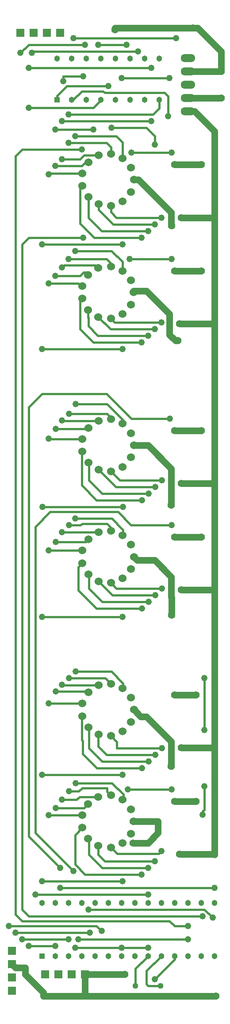
<source format=gbr>
G04 EasyPC Gerber Version 21.0.3 Build 4286 *
%FSLAX35Y35*%
%MOIN*%
%ADD18R,0.04461X0.04461*%
%ADD71R,0.06000X0.06000*%
%ADD72C,0.01500*%
%ADD20C,0.04449*%
%ADD19C,0.04461*%
%ADD29C,0.04800*%
%ADD28C,0.05000*%
%ADD27C,0.05600*%
%ADD25C,0.06000*%
%ADD86O,0.11000X0.06000*%
X0Y0D02*
D02*
D18*
X39000Y50250D03*
X50382Y693805D03*
D02*
D19*
X39000Y90250D03*
X49000Y50250D03*
Y90250D03*
X50382Y724805D03*
X59000Y50250D03*
Y90250D03*
X61382Y693805D03*
Y724805D03*
X69000Y50250D03*
Y90250D03*
X72382Y693805D03*
Y724805D03*
X79000Y50250D03*
Y90250D03*
X83382Y693805D03*
Y724805D03*
X89000Y50250D03*
Y90250D03*
X94382Y693805D03*
Y724805D03*
X99000Y50250D03*
Y90250D03*
X105382Y693805D03*
Y724805D03*
X109000Y50250D03*
Y90250D03*
X116382Y693805D03*
Y724805D03*
X119000Y50250D03*
Y90250D03*
X127382Y693805D03*
Y724805D03*
X129000Y50250D03*
Y90250D03*
X139000Y50250D03*
Y90250D03*
X149000Y50250D03*
Y90250D03*
X159000Y50250D03*
Y90250D03*
X169000Y50250D03*
Y90250D03*
D02*
D71*
X16500Y24000D03*
Y34000D03*
Y44000D03*
Y54000D03*
X22750Y744000D03*
X32750D03*
X41500Y36500D03*
X42750Y744000D03*
X51500Y36500D03*
X52750Y744000D03*
X61500Y36500D03*
X71500D03*
D02*
D20*
X109394Y27750D03*
X128606D03*
D02*
D25*
X69483Y146721D03*
Y544290D03*
X69483Y156143D03*
Y553712D03*
X69601Y230579D03*
Y345540D03*
Y429398D03*
Y629004D03*
X69601Y240001D03*
Y354962D03*
Y438820D03*
Y638426D03*
X73861Y138378D03*
Y535947D03*
X73862Y164485D03*
Y562054D03*
X73979Y222236D03*
Y337197D03*
Y421055D03*
Y620661D03*
X73980Y248344D03*
Y363304D03*
Y447163D03*
Y646769D03*
X81615Y133026D03*
Y530594D03*
X81616Y169837D03*
Y567406D03*
X81733Y216884D03*
Y331844D03*
Y415703D03*
Y615309D03*
X81734Y253696D03*
Y368656D03*
Y452515D03*
Y652121D03*
X90968Y131889D03*
Y529458D03*
X90969Y170973D03*
Y568542D03*
X91086Y215748D03*
Y330708D03*
Y414567D03*
Y614173D03*
X91087Y254831D03*
Y369792D03*
Y453650D03*
Y653256D03*
X99778Y135230D03*
Y532799D03*
X99779Y167631D03*
Y565200D03*
X99896Y219088D03*
Y334049D03*
Y417907D03*
Y617513D03*
X99897Y251490D03*
Y366450D03*
Y450309D03*
Y649915D03*
X106026Y142282D03*
Y539851D03*
X106026Y160579D03*
Y558148D03*
X106144Y226140D03*
Y341101D03*
Y424959D03*
Y624565D03*
X106144Y244437D03*
Y359398D03*
Y443256D03*
Y642863D03*
X108281Y151431D03*
Y549000D03*
X108399Y235289D03*
Y350250D03*
Y434108D03*
Y633715D03*
D02*
D27*
X94000Y746500D03*
X101500Y36500D03*
X107750Y135250D03*
X136500Y192750D03*
Y389079D03*
X136844Y306500D03*
Y599000D03*
X139010Y166500D03*
Y246500D03*
Y365250D03*
Y445250D03*
Y565250D03*
Y644974D03*
X141500Y512750D03*
X142750Y126776D03*
Y525526D03*
X144000Y206776D03*
Y325526D03*
Y405526D03*
Y605250D03*
X152750Y747750D03*
X155250Y166500D03*
Y246500D03*
X159000Y365250D03*
Y445250D03*
Y565250D03*
Y644974D03*
X170250Y20250D03*
X174000Y695250D03*
Y715250D03*
D02*
D28*
X40250Y20250D02*
Y22750D01*
X26500Y36500*
Y41500*
X19000*
X16500Y44000*
X40250Y20250D02*
X71500D01*
Y36500D02*
Y20250D01*
Y36500D02*
X101500D01*
X94000Y746500D02*
Y747750D01*
X152750*
X107750Y135250D02*
X119000D01*
X126500Y142750*
Y151500*
X108350*
X108281Y151431*
Y549000D02*
Y550250D01*
X117750*
X135250Y532750*
Y517232*
X139732Y512750*
X141500*
X108399Y633715D02*
X111785D01*
X136500Y609000*
Y599344*
X136844Y599000*
X136500Y192750D02*
Y211500D01*
X117750Y230250*
X113439*
X108399Y235289*
X136500Y389079D02*
Y416500D01*
X119000Y434000*
X108507*
X108399Y434108*
X136844Y306500D02*
Y319906D01*
X136500Y320250*
Y335250*
X124000Y347750*
X110899*
X108399Y350250*
X139010Y166500D02*
X155250D01*
X139010Y246500D02*
X155250D01*
X139010Y365250D02*
X159000D01*
X139010Y445250D02*
X159000D01*
X139010Y565250D02*
X159000D01*
X139010Y644974D02*
X159000D01*
X142750Y525526D02*
X169000D01*
X144000Y206776D02*
X169000D01*
X144000Y325526D02*
X169000D01*
X144000Y405526D02*
X169000D01*
X144000Y605250D02*
X169000D01*
X149000Y685250D02*
X154000D01*
X169000Y670250*
Y605250*
X149000Y695250D02*
X174000D01*
X149000Y715250D02*
X174000D01*
X169000Y206776D02*
Y126500D01*
X168724Y126776*
X142750*
X169000Y325526D02*
Y206776D01*
Y405526D02*
Y325526D01*
Y525526D02*
Y405526D01*
Y605250D02*
Y525526D01*
X170250Y20250D02*
X71500D01*
X174000Y715250D02*
Y730250D01*
X156500Y747750*
X152750*
D02*
D29*
X14000Y72750D03*
X19000Y67750D03*
X22750Y729000D03*
X24000Y62750D03*
X29000Y57750D03*
Y687750D03*
Y717750D03*
X31500Y729000D03*
X34000Y96500D03*
X39000Y106500D03*
Y186500D03*
Y305250D03*
Y506500D03*
Y585250D03*
X39354Y387750D03*
X44000Y156212D03*
Y240250D03*
Y354962D03*
Y439000D03*
Y555739D03*
Y637750D03*
X49000Y57750D03*
Y561500D03*
Y644000D03*
Y671500D03*
X49354Y249000D03*
Y361500D03*
Y446500D03*
X49414Y161514D03*
X52750Y101500D03*
Y116500D03*
X54000Y167750D03*
Y254000D03*
Y368656D03*
Y452750D03*
Y567750D03*
Y649000D03*
Y677750D03*
X55250Y707750D03*
X59000Y62750D03*
Y574000D03*
Y661500D03*
Y682750D03*
X59354Y259000D03*
Y374000D03*
Y457750D03*
X59414Y174014D03*
X62750Y114000D03*
Y740250D03*
X64000Y56500D03*
Y379000D03*
Y580250D03*
Y666500D03*
X64354Y264000D03*
Y465250D03*
X64414Y180264D03*
X66500Y62750D03*
X69000Y656500D03*
X70250Y590250D03*
Y711500D03*
X71500Y735250D03*
X74000Y85250D03*
X75250Y67750D03*
X77750Y671500D03*
X81500Y735250D03*
X84000Y69000D03*
X89000Y704000D03*
X91500Y672750D03*
X99000Y56500D03*
Y710250D03*
X99896Y106500D03*
Y186500D03*
Y305250D03*
Y506500D03*
Y585250D03*
X100250Y387750D03*
X102750Y735250D03*
X103724Y175526D03*
X105250Y574276D03*
X106500Y654000D03*
X111500Y730250D03*
X114000Y111500D03*
Y511500D03*
Y590250D03*
X114354Y191500D03*
Y311500D03*
Y392750D03*
X119000Y56500D03*
Y96500D03*
Y116500D03*
Y516500D03*
Y595250D03*
X119354Y196500D03*
Y316500D03*
Y397750D03*
X121500Y677750D03*
Y717750D03*
X124000Y32750D03*
Y121500D03*
Y521500D03*
Y600250D03*
Y660250D03*
X124354Y201500D03*
Y321500D03*
Y402750D03*
X129000Y129000D03*
Y526500D03*
Y605250D03*
X129354Y206500D03*
Y326500D03*
Y407750D03*
X134000Y681500D03*
X135250Y710250D03*
X135594Y454000D03*
X136844Y175526D03*
Y374276D03*
Y574276D03*
Y654000D03*
X140250Y740250D03*
X149000Y62750D03*
Y72750D03*
X160250Y80250D03*
Y156500D03*
X161500Y177750D03*
Y220250D03*
Y259000D03*
X167750Y79000D03*
X169000Y101500D03*
D02*
D72*
X14000Y72750D02*
X80250D01*
X84000Y69000*
X22750Y729000D02*
X29000Y735250D01*
X71500*
X29000Y687750D02*
X77750D01*
X83382Y693382*
Y693805*
X29000Y717750D02*
X121500D01*
X49000Y57750D02*
X29000D01*
X49000Y561500D02*
X67770D01*
X70352Y564082*
X71834*
X73862Y562054*
X49354Y249000D02*
X73324D01*
X73980Y248344*
X49354Y361500D02*
X72176D01*
X73980Y363304*
X49354Y446500D02*
X73317D01*
X73980Y447163*
X49414Y161514D02*
X70891D01*
X73862Y164485*
X50382Y693805D02*
Y696632D01*
X57750Y704000*
X89000*
X52750Y101500D02*
X169000D01*
X59000Y62750D02*
X24000D01*
X59000Y574000D02*
X87750D01*
X91087Y570663*
Y570250*
X90969*
Y568542*
X59354Y259000D02*
X86919D01*
X91087Y254831*
X59354Y374000D02*
X68104D01*
X69354Y375250*
X88104*
X91441Y371913*
Y370146*
X91087Y369792*
X59354Y457750D02*
X88104D01*
X91441Y454413*
Y454004*
X91087Y453650*
X61382Y693805D02*
X62555D01*
X69000Y700250*
X85250*
X86500Y699000*
X131500*
X134000Y696500*
Y681500*
X62750Y740250D02*
X140250D01*
X64354Y264000D02*
X91500D01*
X100251Y255249*
Y251844*
X99897Y251490*
X64354Y465250D02*
X88104D01*
X100251Y453103*
Y450663*
X99897Y450309*
X64414Y180264D02*
X91914D01*
X100311Y171867*
Y168163*
X99779Y167631*
X66500Y62750D02*
X149000D01*
X69000Y656500D02*
X24000D01*
X19000Y651500*
Y81500*
X24000Y76500*
X135250*
X139000Y72750*
X149000*
X69483Y156143D02*
X44069D01*
X44000Y156212*
X69483Y553712D02*
X68528D01*
X66500Y555739*
X44000*
X69601Y240001D02*
X44249D01*
X44000Y240250*
X69601Y354962D02*
X44000D01*
X69601Y438820D02*
X44180D01*
X44000Y439000*
X69601Y638426D02*
X44676D01*
X44000Y637750*
X70250Y590250D02*
X29000D01*
X24000Y585250*
Y85250*
X29000Y80250*
X160250*
X70250Y711500D02*
X55250D01*
Y707750*
X73861Y138378D02*
X74393Y137846D01*
Y126535*
X84428Y116500*
X119000*
X73979Y620661D02*
Y605271D01*
X84000Y595250*
X119000*
X73980Y646769D02*
X71769D01*
X69000Y644000*
X49000*
X74000Y85250D02*
X161500D01*
X167750Y79000*
X75250Y67750D02*
X19000D01*
X77750Y671500D02*
X49000D01*
X80604Y311500D02*
X80250D01*
X66500Y325250*
Y342439*
X69601Y345540*
X81616Y169837D02*
X67337D01*
X65250Y167750*
X54000*
X81616Y567406D02*
X81028D01*
X79000Y569434*
X55684*
X54000Y567750*
X81733Y615309D02*
Y611267D01*
X92750Y600250*
X124000*
X81734Y253696D02*
X54304D01*
X54000Y254000*
X81734Y368656D02*
X54000D01*
X81734Y452515D02*
X54235D01*
X54000Y452750*
X81734Y652121D02*
X70871D01*
X67750Y649000*
X54000*
X88164Y176514D02*
Y173778D01*
X90969Y170973*
X88164Y176514D02*
X69414D01*
X66914Y174014*
X59414*
X91086Y614173D02*
Y609414D01*
X95250Y605250*
X129000*
X91087Y653256D02*
Y658163D01*
X87750Y661500*
X59000*
X91500Y672750D02*
X117750D01*
X124000Y666500*
Y660250*
X91854Y379000D02*
X64000D01*
X91854D02*
X100251Y370603D01*
Y366804*
X99897Y366450*
X95664Y127194D02*
X127194D01*
X129000Y129000*
X95664Y127194D02*
X90968Y131889D01*
X99000Y56500D02*
X64000D01*
X99000Y710250D02*
X135250D01*
X99779Y565200D02*
Y571971D01*
X91500Y580250*
X64000*
X99896Y106500D02*
X39000D01*
X99896Y186500D02*
X39000D01*
X99896Y305250D02*
X39000D01*
X99896Y506500D02*
X39000D01*
X99896Y585250D02*
X39000D01*
X99897Y649915D02*
Y661853D01*
X95250Y666500*
X64000*
X100250Y387750D02*
X39354D01*
X102750Y735250D02*
X81500D01*
X109394Y27750D02*
Y40644D01*
X119000Y50250*
X111500Y730250D02*
X32750D01*
X31500Y729000*
X114000Y111500D02*
X71500D01*
X64000Y119000*
Y141238*
X69483Y146721*
X114000Y511500D02*
X77933D01*
X69601Y519832*
X69418*
X67750Y521500*
Y542557*
X69483Y544290*
X114000Y590250D02*
X78399D01*
X67750Y600899*
Y627154*
X69601Y629004*
X114354Y191500D02*
X80604D01*
X69955Y202149*
Y211795*
X69000Y212750*
Y229978*
X69601Y230579*
X114354Y311500D02*
X80604D01*
X114354Y392750D02*
X80250D01*
X69000Y404000*
Y428797*
X69601Y429398*
X119000Y56500D02*
X99000D01*
X119000Y96500D02*
X34000D01*
X119000Y516500D02*
X81276D01*
X73979Y523796*
Y530250*
X73861*
Y535947*
X119354Y196500D02*
X84354D01*
X74333Y206521*
Y221882*
X73979Y222236*
X119354Y316500D02*
X84354D01*
X74333Y326521*
Y336843*
X73979Y337197*
X119354Y397750D02*
X84354D01*
X74333Y407771*
Y420701*
X73979Y421055*
X121500Y677750D02*
X54000D01*
X124000Y121500D02*
X86500D01*
X81500Y126500*
Y132911*
X81615Y133026*
X124000Y521500D02*
X90709D01*
X81615Y530594*
X124354Y201500D02*
X87750D01*
X81500Y207750*
Y216651*
X81733Y216884*
X124354Y321500D02*
X92078D01*
X81733Y331844*
X124354Y402750D02*
X94686D01*
X81733Y415703*
X127382Y693805D02*
Y687382D01*
X122750Y682750*
X59000*
X129000Y50250D02*
X117750Y39000D01*
Y29000*
X119000Y27750*
X128606*
X129000Y526500D02*
X93926D01*
X90968Y529458*
X129354Y206500D02*
X95604D01*
Y211230*
X91086Y215748*
X129354Y326500D02*
X95294D01*
X91086Y330708*
X129354Y407750D02*
X97903D01*
X91086Y414567*
X135594Y454000D02*
X106500D01*
X87750Y472750*
X39000*
X29000Y462750*
Y140250*
X52750Y116500*
X136844Y175526D02*
X103724D01*
X136844Y374276D02*
X106224D01*
X96500Y384000*
X45250*
X34000Y372750*
Y142750*
X62750Y114000*
X136844Y574276D02*
X105250D01*
X136844Y654000D02*
X106500D01*
X139000Y50250D02*
Y47750D01*
X124000Y32750*
X161500Y177750D02*
Y160250D01*
X160250Y159000*
Y156500*
X161500Y259000D02*
Y220250D01*
D02*
D86*
X149000Y685250D03*
Y695250D03*
Y705250D03*
Y715250D03*
Y725250D03*
X0Y0D02*
M02*

</source>
